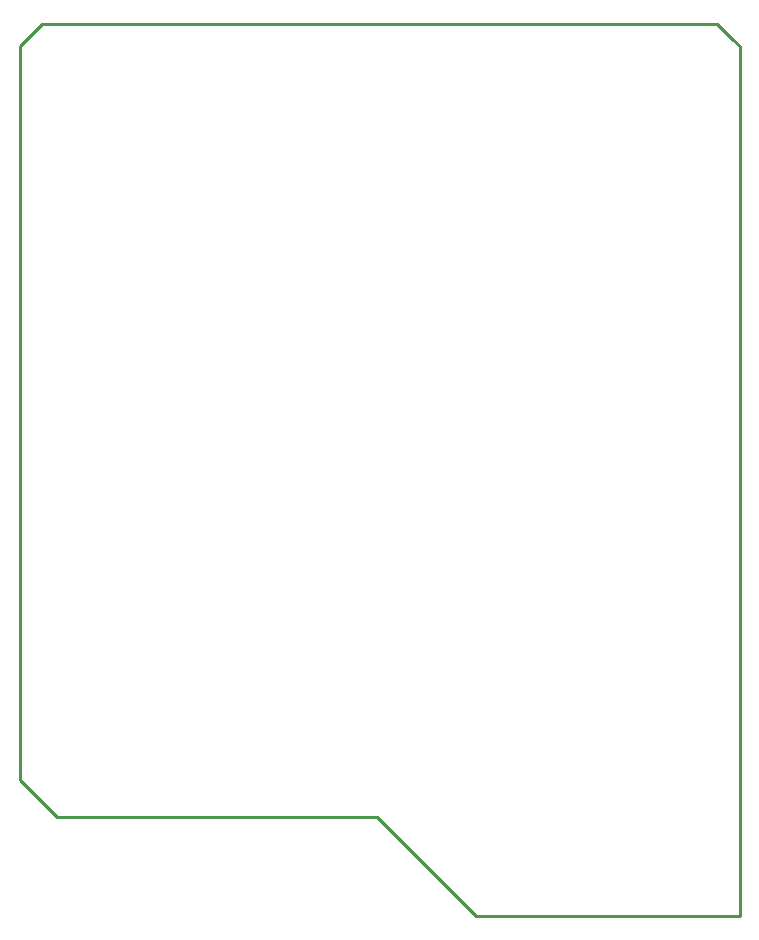
<source format=gm1>
G04 Layer_Color=16711935*
%FSLAX24Y24*%
%MOIN*%
G70*
G01*
G75*
%ADD13C,0.0100*%
G54D13*
X18000Y11000D02*
Y40000D01*
X17750Y40250D02*
X18000Y40000D01*
X17250Y40750D02*
X17750Y40250D01*
X-5250Y40750D02*
X17250D01*
X-6000Y40000D02*
X-5250Y40750D01*
X9200Y11000D02*
X18000D01*
X5900Y14300D02*
X9200Y11000D01*
X-4750Y14300D02*
X5900D01*
X-6000Y15550D02*
X-4750Y14300D01*
X-6000Y15550D02*
Y40000D01*
M02*

</source>
